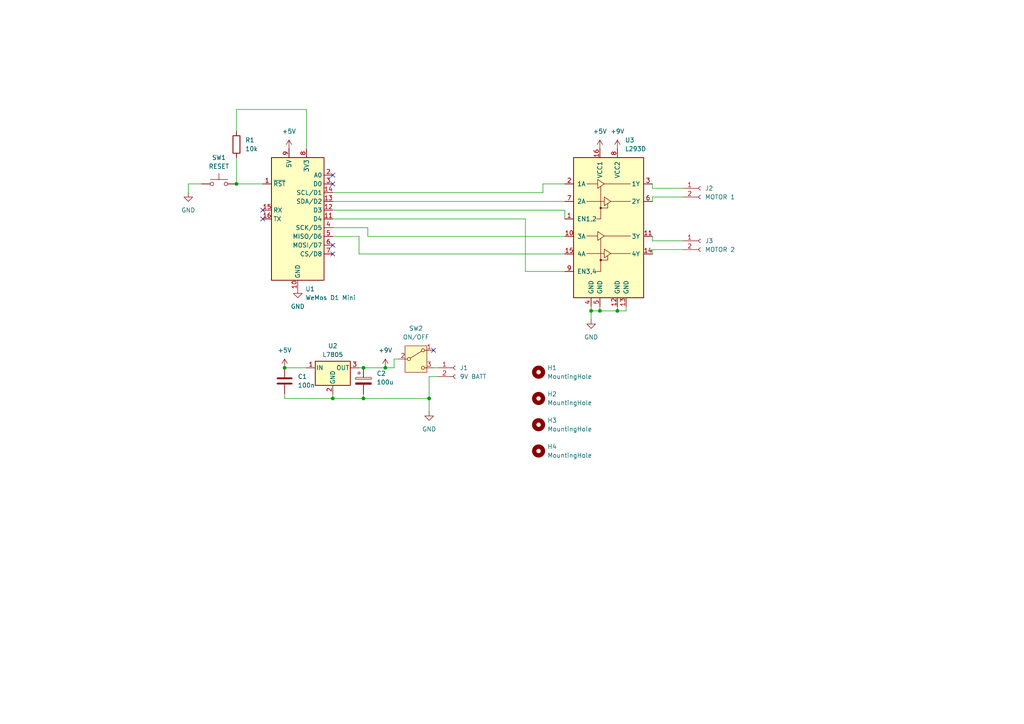
<source format=kicad_sch>
(kicad_sch (version 20231120) (generator "eeschema") (generator_version "8.0")
  (paper "A4")
  (lib_symbols
    (symbol "Connector:Conn_01x02_Socket" (pin_names (offset 1.016) hide)
      (property "Reference" "J" (at 0 2.54 0))
      (property "Value" "Conn_01x02_Socket" (at 0 -5.08 0))
      (symbol "Conn_01x02_Socket_1_1"
        (arc (start 0 -2.032) (mid -0.5058 -2.54) (end 0 -3.048) (stroke (width 0.1524)))
        (polyline (pts (xy -1.27 -2.54) (xy -0.508 -2.54)) (stroke (width 0.1524)))
        (polyline (pts (xy -1.27 0) (xy -0.508 0)) (stroke (width 0.1524)))
        (arc (start 0 0.508) (mid -0.5058 0) (end 0 -0.508) (stroke (width 0.1524)))
        (pin passive line (at -5.08 0 0) (length 3.81) (name "Pin_1") (number "1"))
        (pin passive line (at -5.08 -2.54 0) (length 3.81) (name "Pin_2") (number "2"))
      )
    )
    (symbol "Device:C" (pin_numbers hide) (pin_names (offset 0.254))
      (property "Reference" "C" (at 0.635 2.54 0))
      (property "Value" "C" (at 0.635 -2.54 0))
      (symbol "C_0_1"
        (polyline (pts (xy -2.032 -0.762) (xy 2.032 -0.762)) (stroke (width 0.508)))
        (polyline (pts (xy -2.032 0.762) (xy 2.032 0.762)) (stroke (width 0.508)))
      )
      (symbol "C_1_1"
        (pin passive line (at 0 3.81 270) (length 2.794) (name "~") (number "1"))
        (pin passive line (at 0 -3.81 90) (length 2.794) (name "~") (number "2"))
      )
    )
    (symbol "Device:C_Polarized" (pin_numbers hide) (pin_names (offset 0.254))
      (property "Reference" "C" (at 0.635 2.54 0))
      (property "Value" "C_Polarized" (at 0.635 -2.54 0))
      (symbol "C_Polarized_0_1"
        (rectangle (start -2.286 0.508) (end 2.286 1.016))
        (polyline (pts (xy -1.778 2.286) (xy -0.762 2.286)))
        (polyline (pts (xy -1.27 2.794) (xy -1.27 1.778)))
        (rectangle (start 2.286 -0.508) (end -2.286 -1.016) (fill (type outline)))
      )
      (symbol "C_Polarized_1_1"
        (pin passive line (at 0 3.81 270) (length 2.794) (name "~") (number "1"))
        (pin passive line (at 0 -3.81 90) (length 2.794) (name "~") (number "2"))
      )
    )
    (symbol "Device:R" (pin_numbers hide) (pin_names (offset 0))
      (property "Reference" "R" (at 2.032 0 90))
      (property "Value" "R" (at 0 0 90))
      (symbol "R_0_1"
        (rectangle (start -1.016 -2.54) (end 1.016 2.54) (stroke (width 0.254)))
      )
      (symbol "R_1_1"
        (pin passive line (at 0 3.81 270) (length 1.27) (name "~") (number "1"))
        (pin passive line (at 0 -3.81 90) (length 1.27) (name "~") (number "2"))
      )
    )
    (symbol "Driver_Motor:L293D" (pin_names (offset 1.016))
      (property "Reference" "U" (at -5.08 26.035 0))
      (property "Value" "L293D" (at -5.08 24.13 0))
      (symbol "L293D_0_1"
        (rectangle (start -10.16 22.86) (end 10.16 -17.78) (stroke (width 0.254)) (fill (type background)))
        (circle (center -2.286 -6.858) (radius 0.254) (fill (type outline)))
        (circle (center -2.286 8.255) (radius 0.254) (fill (type outline)))
        (polyline (pts (xy -6.35 -4.953) (xy -1.27 -4.953)))
        (polyline (pts (xy -6.35 0.127) (xy -3.175 0.127)))
        (polyline (pts (xy -6.35 10.16) (xy -1.27 10.16)))
        (polyline (pts (xy -6.35 15.24) (xy -3.175 15.24)))
        (polyline (pts (xy -1.27 0.127) (xy 6.35 0.127)))
        (polyline (pts (xy -1.27 15.24) (xy 6.35 15.24)))
        (polyline (pts (xy 0.635 -4.953) (xy 6.35 -4.953)))
        (polyline (pts (xy 0.635 10.16) (xy 6.35 10.16)))
        (polyline (pts (xy -2.286 -6.858) (xy -0.254 -6.858) (xy -0.254 -5.588)))
        (polyline (pts (xy -2.286 -0.635) (xy -2.286 -10.16) (xy -3.556 -10.16)))
        (polyline (pts (xy -2.286 8.255) (xy -0.254 8.255) (xy -0.254 9.525)))
        (polyline (pts (xy -2.286 14.478) (xy -2.286 5.08) (xy -3.556 5.08)))
        (polyline (pts (xy -3.175 1.397) (xy -3.175 -1.143) (xy -1.27 0.127) (xy -3.175 1.397)))
        (polyline (pts (xy -3.175 16.51) (xy -3.175 13.97) (xy -1.27 15.24) (xy -3.175 16.51)))
        (polyline (pts (xy -1.27 -3.683) (xy -1.27 -6.223) (xy 0.635 -4.953) (xy -1.27 -3.683)))
        (polyline (pts (xy -1.27 11.43) (xy -1.27 8.89) (xy 0.635 10.16) (xy -1.27 11.43)))
      )
      (symbol "L293D_1_1"
        (pin input line (at -12.7 5.08 0) (length 2.54) (name "EN1,2") (number "1"))
        (pin input line (at -12.7 0 0) (length 2.54) (name "3A") (number "10"))
        (pin output line (at 12.7 0 180) (length 2.54) (name "3Y") (number "11"))
        (pin power_in line (at 2.54 -20.32 90) (length 2.54) (name "GND") (number "12"))
        (pin power_in line (at 5.08 -20.32 90) (length 2.54) (name "GND") (number "13"))
        (pin output line (at 12.7 -5.08 180) (length 2.54) (name "4Y") (number "14"))
        (pin input line (at -12.7 -5.08 0) (length 2.54) (name "4A") (number "15"))
        (pin power_in line (at -2.54 25.4 270) (length 2.54) (name "VCC1") (number "16"))
        (pin input line (at -12.7 15.24 0) (length 2.54) (name "1A") (number "2"))
        (pin output line (at 12.7 15.24 180) (length 2.54) (name "1Y") (number "3"))
        (pin power_in line (at -5.08 -20.32 90) (length 2.54) (name "GND") (number "4"))
        (pin power_in line (at -2.54 -20.32 90) (length 2.54) (name "GND") (number "5"))
        (pin output line (at 12.7 10.16 180) (length 2.54) (name "2Y") (number "6"))
        (pin input line (at -12.7 10.16 0) (length 2.54) (name "2A") (number "7"))
        (pin power_in line (at 2.54 25.4 270) (length 2.54) (name "VCC2") (number "8"))
        (pin input line (at -12.7 -10.16 0) (length 2.54) (name "EN3,4") (number "9"))
      )
    )
    (symbol "MCU_Module:WeMos_D1_mini"
      (property "Reference" "U" (at 3.81 19.05 0))
      (property "Value" "WeMos_D1_mini" (at 1.27 -19.05 0))
      (symbol "WeMos_D1_mini_1_1"
        (rectangle (start -7.62 17.78) (end 7.62 -17.78) (stroke (width 0.254)) (fill (type background)))
        (pin input line (at -10.16 10.16 0) (length 2.54) (name "~{RST}") (number "1"))
        (pin power_in line (at 0 -20.32 90) (length 2.54) (name "GND") (number "10"))
        (pin bidirectional line (at 10.16 0 180) (length 2.54) (name "D4") (number "11"))
        (pin bidirectional line (at 10.16 2.54 180) (length 2.54) (name "D3") (number "12"))
        (pin bidirectional line (at 10.16 5.08 180) (length 2.54) (name "SDA/D2") (number "13"))
        (pin bidirectional line (at 10.16 7.62 180) (length 2.54) (name "SCL/D1") (number "14"))
        (pin input line (at -10.16 2.54 0) (length 2.54) (name "RX") (number "15"))
        (pin output line (at -10.16 0 0) (length 2.54) (name "TX") (number "16"))
        (pin input line (at 10.16 12.7 180) (length 2.54) (name "A0") (number "2"))
        (pin bidirectional line (at 10.16 10.16 180) (length 2.54) (name "D0") (number "3"))
        (pin bidirectional line (at 10.16 -2.54 180) (length 2.54) (name "SCK/D5") (number "4"))
        (pin bidirectional line (at 10.16 -5.08 180) (length 2.54) (name "MISO/D6") (number "5"))
        (pin bidirectional line (at 10.16 -7.62 180) (length 2.54) (name "MOSI/D7") (number "6"))
        (pin bidirectional line (at 10.16 -10.16 180) (length 2.54) (name "CS/D8") (number "7"))
        (pin power_out line (at 2.54 20.32 270) (length 2.54) (name "3V3") (number "8"))
        (pin power_in line (at -2.54 20.32 270) (length 2.54) (name "5V") (number "9"))
      )
    )
    (symbol "Mechanical:MountingHole" (pin_names (offset 1.016))
      (property "Reference" "H" (at 0 5.08 0))
      (property "Value" "MountingHole" (at 0 3.175 0))
      (symbol "MountingHole_0_1"
        (circle (center 0 0) (radius 1.27) (stroke (width 1.27)))
      )
    )
    (symbol "Regulator_Linear:L7805" (pin_names (offset 0.254))
      (property "Reference" "U" (at -3.81 3.175 0))
      (property "Value" "L7805" (at 0 3.175 0))
      (symbol "L7805_0_1"
        (rectangle (start -5.08 1.905) (end 5.08 -5.08) (stroke (width 0.254)) (fill (type background)))
      )
      (symbol "L7805_1_1"
        (pin power_in line (at -7.62 0 0) (length 2.54) (name "IN") (number "1"))
        (pin power_in line (at 0 -7.62 90) (length 2.54) (name "GND") (number "2"))
        (pin power_out line (at 7.62 0 180) (length 2.54) (name "OUT") (number "3"))
      )
    )
    (symbol "Switch:SW_Push" (pin_numbers hide) (pin_names (offset 1.016) hide)
      (property "Reference" "SW" (at 1.27 2.54 0))
      (property "Value" "SW_Push" (at 0 -1.524 0))
      (symbol "SW_Push_0_1"
        (circle (center -2.032 0) (radius 0.508))
        (polyline (pts (xy 0 1.27) (xy 0 3.048)))
        (polyline (pts (xy 2.54 1.27) (xy -2.54 1.27)))
        (circle (center 2.032 0) (radius 0.508))
        (pin passive line (at -5.08 0 0) (length 2.54) (name "1") (number "1"))
        (pin passive line (at 5.08 0 180) (length 2.54) (name "2") (number "2"))
      )
    )
    (symbol "Switch:SW_SPDT" (pin_names (offset 0) hide)
      (property "Reference" "SW" (at 0 5.08 0))
      (property "Value" "SW_SPDT" (at 0 -5.08 0))
      (symbol "SW_SPDT_0_1"
        (circle (center -2.032 0) (radius 0.4572))
        (polyline (pts (xy -1.651 0.254) (xy 1.651 2.286)))
        (circle (center 2.032 -2.54) (radius 0.4572))
        (circle (center 2.032 2.54) (radius 0.4572))
      )
      (symbol "SW_SPDT_1_1"
        (rectangle (start -3.175 3.81) (end 3.175 -3.81) (fill (type background)))
        (pin passive line (at 5.08 2.54 180) (length 2.54) (name "A") (number "1"))
        (pin passive line (at -5.08 0 0) (length 2.54) (name "B") (number "2"))
        (pin passive line (at 5.08 -2.54 180) (length 2.54) (name "C") (number "3"))
      )
    )
    (symbol "power:+5V" (power) (pin_numbers hide) (pin_names (offset 0) hide)
      (property "Value" "+5V" (at 0 3.556 0))
      (symbol "+5V_0_1"
        (polyline (pts (xy -0.762 1.27) (xy 0 2.54)))
        (polyline (pts (xy 0 0) (xy 0 2.54)))
        (polyline (pts (xy 0 2.54) (xy 0.762 1.27)))
      )
      (symbol "+5V_1_1"
        (pin power_in line (at 0 0 90) (length 0) (name "~") (number "1"))
      )
    )
    (symbol "power:+9V" (power) (pin_numbers hide) (pin_names (offset 0) hide)
      (property "Value" "+9V" (at 0 3.556 0))
      (symbol "+9V_0_1"
        (polyline (pts (xy -0.762 1.27) (xy 0 2.54)))
        (polyline (pts (xy 0 0) (xy 0 2.54)))
        (polyline (pts (xy 0 2.54) (xy 0.762 1.27)))
      )
      (symbol "+9V_1_1"
        (pin power_in line (at 0 0 90) (length 0) (name "~") (number "1"))
      )
    )
    (symbol "power:GND" (power) (pin_numbers hide) (pin_names (offset 0) hide)
      (property "Value" "GND" (at 0 -3.81 0))
      (symbol "GND_0_1"
        (polyline (pts (xy 0 0) (xy 0 -1.27) (xy 1.27 -1.27) (xy 0 -2.54) (xy -1.27 -1.27) (xy 0 -1.27)))
      )
      (symbol "GND_1_1"
        (pin power_in line (at 0 0 270) (length 0) (name "~") (number "1"))
      )
    )
  )
  (junction (at 96.52 115.57))
  (junction (at 105.41 106.68))
  (junction (at 111.76 106.68))
  (junction (at 171.45 90.17))
  (junction (at 82.55 106.68))
  (junction (at 105.41 115.57))
  (junction (at 124.46 115.57))
  (junction (at 179.07 90.17))
  (junction (at 68.58 53.34))
  (junction (at 173.99 90.17))
  (no_connect (at 96.52 50.8))
  (no_connect (at 76.2 60.96))
  (no_connect (at 96.52 73.66))
  (no_connect (at 96.52 53.34))
  (no_connect (at 125.73 101.6))
  (no_connect (at 76.2 63.5))
  (no_connect (at 96.52 71.12))
  (wire (pts (xy 82.55 106.68) (xy 88.9 106.68)))
  (wire (pts (xy 127 109.22) (xy 124.46 109.22)))
  (wire (pts (xy 105.41 106.68) (xy 111.76 106.68)))
  (wire (pts (xy 181.61 88.9) (xy 181.61 90.17)))
  (wire (pts (xy 124.46 115.57) (xy 124.46 119.38)))
  (wire (pts (xy 88.9 31.75) (xy 68.58 31.75)))
  (wire (pts (xy 88.9 43.18) (xy 88.9 31.75)))
  (wire (pts (xy 171.45 88.9) (xy 171.45 90.17)))
  (wire (pts (xy 179.07 88.9) (xy 179.07 90.17)))
  (wire (pts (xy 189.23 57.15) (xy 198.12 57.15)))
  (wire (pts (xy 96.52 68.58) (xy 104.14 68.58)))
  (wire (pts (xy 152.4 78.74) (xy 163.83 78.74)))
  (wire (pts (xy 54.61 53.34) (xy 58.42 53.34)))
  (wire (pts (xy 173.99 90.17) (xy 171.45 90.17)))
  (wire (pts (xy 96.52 115.57) (xy 105.41 115.57)))
  (wire (pts (xy 114.3 104.14) (xy 115.57 104.14)))
  (wire (pts (xy 114.3 104.14) (xy 114.3 106.68)))
  (wire (pts (xy 82.55 114.3) (xy 82.55 115.57)))
  (wire (pts (xy 68.58 45.72) (xy 68.58 53.34)))
  (wire (pts (xy 105.41 115.57) (xy 124.46 115.57)))
  (wire (pts (xy 96.52 55.88) (xy 157.48 55.88)))
  (wire (pts (xy 157.48 55.88) (xy 157.48 53.34)))
  (wire (pts (xy 104.14 73.66) (xy 163.83 73.66)))
  (wire (pts (xy 171.45 90.17) (xy 171.45 92.71)))
  (wire (pts (xy 106.68 68.58) (xy 106.68 66.04)))
  (wire (pts (xy 157.48 53.34) (xy 163.83 53.34)))
  (wire (pts (xy 125.73 106.68) (xy 127 106.68)))
  (wire (pts (xy 68.58 31.75) (xy 68.58 38.1)))
  (wire (pts (xy 163.83 60.96) (xy 163.83 63.5)))
  (wire (pts (xy 82.55 115.57) (xy 96.52 115.57)))
  (wire (pts (xy 173.99 88.9) (xy 173.99 90.17)))
  (wire (pts (xy 152.4 63.5) (xy 152.4 78.74)))
  (wire (pts (xy 189.23 72.39) (xy 198.12 72.39)))
  (wire (pts (xy 54.61 55.88) (xy 54.61 53.34)))
  (wire (pts (xy 96.52 114.3) (xy 96.52 115.57)))
  (wire (pts (xy 189.23 54.61) (xy 189.23 53.34)))
  (wire (pts (xy 189.23 69.85) (xy 189.23 68.58)))
  (wire (pts (xy 106.68 66.04) (xy 96.52 66.04)))
  (wire (pts (xy 189.23 73.66) (xy 189.23 72.39)))
  (wire (pts (xy 68.58 53.34) (xy 76.2 53.34)))
  (wire (pts (xy 96.52 60.96) (xy 163.83 60.96)))
  (wire (pts (xy 163.83 68.58) (xy 106.68 68.58)))
  (wire (pts (xy 198.12 54.61) (xy 189.23 54.61)))
  (wire (pts (xy 179.07 90.17) (xy 173.99 90.17)))
  (wire (pts (xy 111.76 106.68) (xy 114.3 106.68)))
  (wire (pts (xy 96.52 58.42) (xy 163.83 58.42)))
  (wire (pts (xy 104.14 68.58) (xy 104.14 73.66)))
  (wire (pts (xy 181.61 90.17) (xy 179.07 90.17)))
  (wire (pts (xy 96.52 63.5) (xy 152.4 63.5)))
  (wire (pts (xy 104.14 106.68) (xy 105.41 106.68)))
  (wire (pts (xy 198.12 69.85) (xy 189.23 69.85)))
  (wire (pts (xy 189.23 58.42) (xy 189.23 57.15)))
  (wire (pts (xy 124.46 109.22) (xy 124.46 115.57)))
  (wire (pts (xy 105.41 114.3) (xy 105.41 115.57)))
  (symbol (lib_id "power:+5V") (at 83.82 43.18 0) (unit 1)
    (property "Reference" "#PWR03" (effects (hide yes)))
    (property "Value" "+5V" (at 83.82 38.1 0))
    (property "Description" "Power symbol creates a global label with name \"+5V\"" (effects (hide yes)))
  )
  (symbol (lib_id "MCU_Module:WeMos_D1_mini") (at 86.36 63.5 0) (unit 1)
    (property "Reference" "U1" (at 88.5541 83.82 0) (effects (justify left)))
    (property "Value" "WeMos D1 Mini" (at 88.5541 86.36 0) (effects (justify left)))
    (property "Footprint" "Module:WEMOS_D1_mini_light" (effects (hide yes)))
    (property "Datasheet" "https://wiki.wemos.cc/products:d1:d1_mini#documentation" (effects (hide yes)))
    (property "Description" "32-bit microcontroller module with WiFi" (effects (hide yes)))
  )
  (symbol (lib_id "Driver_Motor:L293D") (at 176.53 68.58 0) (unit 1)
    (property "Reference" "U3" (at 181.2641 40.64 0) (effects (justify left)))
    (property "Value" "L293D" (at 181.2641 43.18 0) (effects (justify left)))
    (property "Footprint" "Package_DIP:DIP-16_W7.62mm" (effects (hide yes)))
    (property "Datasheet" "http://www.ti.com/lit/ds/symlink/l293.pdf" (effects (hide yes)))
    (property "Description" "Quadruple Half-H Drivers" (effects (hide yes)))
  )
  (symbol (lib_id "Mechanical:MountingHole") (at 156.21 115.57 0) (unit 1)
    (property "Reference" "H2" (at 158.75 114.2999 0) (effects (justify left)))
    (property "Value" "MountingHole" (at 158.75 116.8399 0) (effects (justify left)))
    (property "Footprint" "MountingHole:MountingHole_3.2mm_M3" (effects (hide yes)))
    (property "Description" "Mounting Hole without connection" (effects (hide yes)))
  )
  (symbol (lib_id "Connector:Conn_01x02_Socket") (at 203.2 54.61 0) (unit 1)
    (property "Reference" "J2" (at 204.47 54.6099 0) (effects (justify left)))
    (property "Value" "MOTOR 1" (at 204.47 57.1499 0) (effects (justify left)))
    (property "Footprint" "Connector_PinHeader_2.54mm:PinHeader_1x02_P2.54mm_Vertical" (effects (hide yes)))
    (property "Description" "Generic connector, single row, 01x02, script generated" (effects (hide yes)))
  )
  (symbol (lib_id "power:+5V") (at 173.99 43.18 0) (unit 1)
    (property "Reference" "#PWR08" (effects (hide yes)))
    (property "Value" "+5V" (at 173.99 38.1 0))
    (property "Description" "Power symbol creates a global label with name \"+5V\"" (effects (hide yes)))
  )
  (symbol (lib_id "Switch:SW_SPDT") (at 120.65 104.14 0) (unit 1)
    (property "Reference" "SW2" (at 120.65 95.25 0))
    (property "Value" "ON/OFF" (at 120.65 97.79 0))
    (property "Footprint" "Connector_PinSocket_2.54mm:PinSocket_1x03_P2.54mm_Vertical" (effects (hide yes)))
    (property "Description" "Switch, single pole double throw" (effects (hide yes)))
  )
  (symbol (lib_id "power:GND") (at 86.36 83.82 0) (unit 1)
    (property "Reference" "#PWR04" (effects (hide yes)))
    (property "Value" "GND" (at 86.36 88.9 0))
    (property "Description" "Power symbol creates a global label with name \"GND\" , ground" (effects (hide yes)))
  )
  (symbol (lib_id "power:+5V") (at 82.55 106.68 0) (unit 1)
    (property "Reference" "#PWR02" (effects (hide yes)))
    (property "Value" "+5V" (at 82.55 101.6 0))
    (property "Description" "Power symbol creates a global label with name \"+5V\"" (effects (hide yes)))
  )
  (symbol (lib_id "Mechanical:MountingHole") (at 156.21 123.19 0) (unit 1)
    (property "Reference" "H3" (at 158.75 121.9199 0) (effects (justify left)))
    (property "Value" "MountingHole" (at 158.75 124.4599 0) (effects (justify left)))
    (property "Footprint" "MountingHole:MountingHole_3.2mm_M3" (effects (hide yes)))
    (property "Description" "Mounting Hole without connection" (effects (hide yes)))
  )
  (symbol (lib_id "power:GND") (at 171.45 92.71 0) (unit 1)
    (property "Reference" "#PWR07" (effects (hide yes)))
    (property "Value" "GND" (at 171.45 97.79 0))
    (property "Description" "Power symbol creates a global label with name \"GND\" , ground" (effects (hide yes)))
  )
  (symbol (lib_id "Device:C") (at 82.55 110.49 0) (unit 1)
    (property "Reference" "C1" (at 86.36 109.2199 0) (effects (justify left)))
    (property "Value" "100n" (at 86.36 111.7599 0) (effects (justify left)))
    (property "Footprint" "Capacitor_SMD:C_0805_2012Metric_Pad1.18x1.45mm_HandSolder" (effects (hide yes)))
    (property "Description" "Unpolarized capacitor" (effects (hide yes)))
  )
  (symbol (lib_id "Connector:Conn_01x02_Socket") (at 203.2 69.85 0) (unit 1)
    (property "Reference" "J3" (at 204.47 69.8499 0) (effects (justify left)))
    (property "Value" "MOTOR 2" (at 204.47 72.3899 0) (effects (justify left)))
    (property "Footprint" "Connector_PinHeader_2.54mm:PinHeader_1x02_P2.54mm_Vertical" (effects (hide yes)))
    (property "Description" "Generic connector, single row, 01x02, script generated" (effects (hide yes)))
  )
  (symbol (lib_id "Device:R") (at 68.58 41.91 0) (unit 1)
    (property "Reference" "R1" (at 71.12 40.6399 0) (effects (justify left)))
    (property "Value" "10k" (at 71.12 43.1799 0) (effects (justify left)))
    (property "Footprint" "Resistor_SMD:R_0805_2012Metric_Pad1.20x1.40mm_HandSolder" (effects (hide yes)))
    (property "Description" "Resistor" (effects (hide yes)))
  )
  (symbol (lib_id "power:+9V") (at 111.76 106.68 0) (unit 1)
    (property "Reference" "#PWR05" (effects (hide yes)))
    (property "Value" "+9V" (at 111.76 101.6 0))
    (property "Description" "Power symbol creates a global label with name \"+9V\"" (effects (hide yes)))
  )
  (symbol (lib_id "power:GND") (at 54.61 55.88 0) (unit 1)
    (property "Reference" "#PWR01" (effects (hide yes)))
    (property "Value" "GND" (at 54.61 60.96 0))
    (property "Description" "Power symbol creates a global label with name \"GND\" , ground" (effects (hide yes)))
  )
  (symbol (lib_id "power:GND") (at 124.46 119.38 0) (unit 1)
    (property "Reference" "#PWR06" (effects (hide yes)))
    (property "Value" "GND" (at 124.46 124.46 0))
    (property "Description" "Power symbol creates a global label with name \"GND\" , ground" (effects (hide yes)))
  )
  (symbol (lib_id "Regulator_Linear:L7805") (at 96.52 106.68 0) (unit 1)
    (property "Reference" "U2" (at 96.52 100.33 0))
    (property "Value" "L7805" (at 96.52 102.87 0))
    (property "Footprint" "Package_TO_SOT_SMD:TO-263-2" (effects (hide yes)))
    (property "Datasheet" "http://www.st.com/content/ccc/resource/technical/document/datasheet/41/4f/b3/b0/12/d4/47/88/CD00000444.pdf/files/CD00000444.pdf/jcr:content/translations/en.CD00000444.pdf" (effects (hide yes)))
    (property "Description" "Positive 1.5A 35V Linear Regulator, Fixed Output 5V, TO-220/TO-263/TO-252" (effects (hide yes)))
  )
  (symbol (lib_id "Mechanical:MountingHole") (at 156.21 107.95 0) (unit 1)
    (property "Reference" "H1" (at 158.75 106.6799 0) (effects (justify left)))
    (property "Value" "MountingHole" (at 158.75 109.2199 0) (effects (justify left)))
    (property "Footprint" "MountingHole:MountingHole_3.2mm_M3" (effects (hide yes)))
    (property "Description" "Mounting Hole without connection" (effects (hide yes)))
  )
  (symbol (lib_id "power:+9V") (at 179.07 43.18 0) (unit 1)
    (property "Reference" "#PWR09" (effects (hide yes)))
    (property "Value" "+9V" (at 179.07 38.1 0))
    (property "Description" "Power symbol creates a global label with name \"+9V\"" (effects (hide yes)))
  )
  (symbol (lib_id "Mechanical:MountingHole") (at 156.21 130.81 0) (unit 1)
    (property "Reference" "H4" (at 158.75 129.5399 0) (effects (justify left)))
    (property "Value" "MountingHole" (at 158.75 132.0799 0) (effects (justify left)))
    (property "Footprint" "MountingHole:MountingHole_3.2mm_M3" (effects (hide yes)))
    (property "Description" "Mounting Hole without connection" (effects (hide yes)))
  )
  (symbol (lib_id "Device:C_Polarized") (at 105.41 110.49 0) (unit 1)
    (property "Reference" "C2" (at 109.22 108.3309 0) (effects (justify left)))
    (property "Value" "100u" (at 109.22 110.8709 0) (effects (justify left)))
    (property "Footprint" "Capacitor_THT:CP_Radial_D5.0mm_P2.50mm" (effects (hide yes)))
    (property "Description" "Polarized capacitor" (effects (hide yes)))
  )
  (symbol (lib_id "Switch:SW_Push") (at 63.5 53.34 0) (unit 1)
    (property "Reference" "SW1" (at 63.5 45.72 0))
    (property "Value" "RESET" (at 63.5 48.26 0))
    (property "Footprint" "Button_Switch_THT:SW_PUSH_6mm" (effects (hide yes)))
    (property "Description" "Push button switch, generic, two pins" (effects (hide yes)))
  )
  (symbol (lib_id "Connector:Conn_01x02_Socket") (at 132.08 106.68 0) (unit 1)
    (property "Reference" "J1" (at 133.35 106.6799 0) (effects (justify left)))
    (property "Value" "9V BATT" (at 133.35 109.2199 0) (effects (justify left)))
    (property "Footprint" "Connector_PinHeader_2.54mm:PinHeader_1x02_P2.54mm_Vertical" (effects (hide yes)))
    (property "Description" "Generic connector, single row, 01x02, script generated" (effects (hide yes)))
  )
)
</source>
